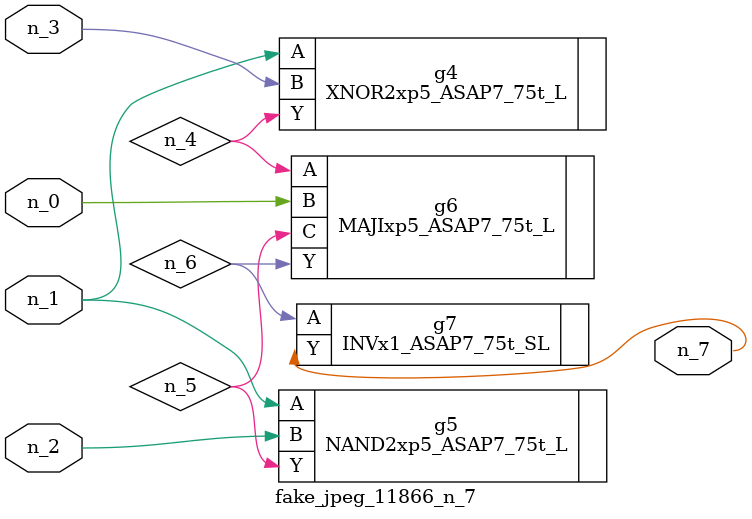
<source format=v>
module fake_jpeg_11866_n_7 (n_0, n_3, n_2, n_1, n_7);

input n_0;
input n_3;
input n_2;
input n_1;

output n_7;

wire n_4;
wire n_6;
wire n_5;

XNOR2xp5_ASAP7_75t_L g4 ( 
.A(n_1),
.B(n_3),
.Y(n_4)
);

NAND2xp5_ASAP7_75t_L g5 ( 
.A(n_1),
.B(n_2),
.Y(n_5)
);

MAJIxp5_ASAP7_75t_L g6 ( 
.A(n_4),
.B(n_0),
.C(n_5),
.Y(n_6)
);

INVx1_ASAP7_75t_SL g7 ( 
.A(n_6),
.Y(n_7)
);


endmodule
</source>
